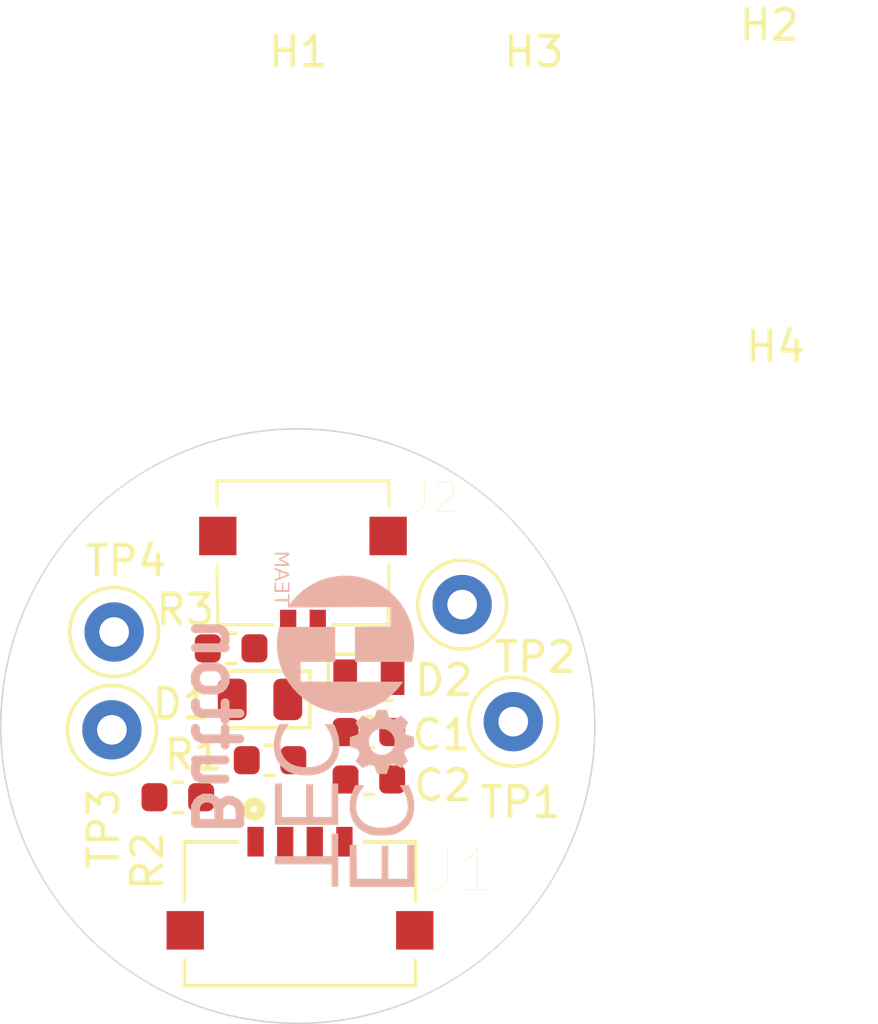
<source format=kicad_pcb>
(kicad_pcb (version 20171130) (host pcbnew 5.1.6-c6e7f7d~86~ubuntu18.04.1)

  (general
    (thickness 1.6)
    (drawings 2)
    (tracks 0)
    (zones 0)
    (modules 18)
    (nets 6)
  )

  (page A4)
  (layers
    (0 F.Cu signal)
    (31 B.Cu signal)
    (32 B.Adhes user hide)
    (33 F.Adhes user hide)
    (34 B.Paste user hide)
    (35 F.Paste user hide)
    (36 B.SilkS user)
    (37 F.SilkS user)
    (38 B.Mask user)
    (39 F.Mask user)
    (40 Dwgs.User user)
    (41 Cmts.User user hide)
    (42 Eco1.User user hide)
    (43 Eco2.User user hide)
    (44 Edge.Cuts user)
    (45 Margin user hide)
    (46 B.CrtYd user hide)
    (47 F.CrtYd user hide)
    (48 B.Fab user hide)
    (49 F.Fab user hide)
  )

  (setup
    (last_trace_width 0.25)
    (trace_clearance 0.2)
    (zone_clearance 0.508)
    (zone_45_only no)
    (trace_min 0.2)
    (via_size 0.8)
    (via_drill 0.4)
    (via_min_size 0.4)
    (via_min_drill 0.3)
    (uvia_size 0.3)
    (uvia_drill 0.1)
    (uvias_allowed no)
    (uvia_min_size 0.2)
    (uvia_min_drill 0.1)
    (edge_width 0.05)
    (segment_width 0.2)
    (pcb_text_width 0.3)
    (pcb_text_size 1.5 1.5)
    (mod_edge_width 0.12)
    (mod_text_size 1 1)
    (mod_text_width 0.15)
    (pad_size 1.524 1.524)
    (pad_drill 0.762)
    (pad_to_mask_clearance 0.05)
    (aux_axis_origin 0 0)
    (visible_elements FFFFFF7F)
    (pcbplotparams
      (layerselection 0x010fc_ffffffff)
      (usegerberextensions false)
      (usegerberattributes true)
      (usegerberadvancedattributes true)
      (creategerberjobfile true)
      (excludeedgelayer true)
      (linewidth 0.100000)
      (plotframeref false)
      (viasonmask false)
      (mode 1)
      (useauxorigin false)
      (hpglpennumber 1)
      (hpglpenspeed 20)
      (hpglpendiameter 15.000000)
      (psnegative false)
      (psa4output false)
      (plotreference true)
      (plotvalue true)
      (plotinvisibletext false)
      (padsonsilk false)
      (subtractmaskfromsilk false)
      (outputformat 1)
      (mirror false)
      (drillshape 1)
      (scaleselection 1)
      (outputdirectory ""))
  )

  (net 0 "")
  (net 1 GND)
  (net 2 +5V)
  (net 3 "Net-(D1-Pad2)")
  (net 4 /BTN)
  (net 5 /FR_ADC)

  (net_class Default "This is the default net class."
    (clearance 0.2)
    (trace_width 0.25)
    (via_dia 0.8)
    (via_drill 0.4)
    (uvia_dia 0.3)
    (uvia_drill 0.1)
    (add_net +5V)
    (add_net /BTN)
    (add_net /FR_ADC)
    (add_net GND)
    (add_net "Net-(D1-Pad2)")
  )

  (module TestPoint:TestPoint_Loop_D1.80mm_Drill1.0mm_Beaded (layer F.Cu) (tedit 5A0F774F) (tstamp 5ECC375A)
    (at 112.25 119.55)
    (descr "wire loop with bead as test point, loop diameter 1.8mm, hole diameter 1.0mm")
    (tags "test point wire loop bead")
    (path /5E8F56C5)
    (fp_text reference TP4 (at 0.4 -2.4) (layer F.SilkS)
      (effects (font (size 1 1) (thickness 0.15)))
    )
    (fp_text value TestPoint (at 0 -2.8) (layer F.Fab)
      (effects (font (size 1 1) (thickness 0.15)))
    )
    (fp_text user %R (at 0.7 2.5) (layer F.Fab)
      (effects (font (size 1 1) (thickness 0.15)))
    )
    (fp_circle (center 0 0) (end 1.8 0) (layer F.CrtYd) (width 0.05))
    (fp_circle (center 0 0) (end 1.5 0) (layer F.SilkS) (width 0.12))
    (fp_line (start -0.9 -0.2) (end 0.9 -0.2) (layer F.Fab) (width 0.12))
    (fp_line (start 0.9 -0.2) (end 0.9 0.2) (layer F.Fab) (width 0.12))
    (fp_line (start 0.9 0.2) (end -0.9 0.2) (layer F.Fab) (width 0.12))
    (fp_line (start -0.9 0.2) (end -0.9 -0.2) (layer F.Fab) (width 0.12))
    (fp_circle (center 0 0) (end 1.3 0) (layer F.Fab) (width 0.12))
    (pad 1 thru_hole circle (at 0 0) (size 2 2) (drill 1) (layers *.Cu *.Mask)
      (net 4 /BTN))
    (model ${KISYS3DMOD}/TestPoint.3dshapes/TestPoint_Loop_D1.80mm_Drill1.0mm_Beaded.wrl
      (at (xyz 0 0 0))
      (scale (xyz 1 1 1))
      (rotate (xyz 0 0 0))
    )
  )

  (module TestPoint:TestPoint_Loop_D1.80mm_Drill1.0mm_Beaded (layer F.Cu) (tedit 5A0F774F) (tstamp 5ECC374D)
    (at 112.175 122.85)
    (descr "wire loop with bead as test point, loop diameter 1.8mm, hole diameter 1.0mm")
    (tags "test point wire loop bead")
    (path /5E8A2A7F)
    (fp_text reference TP3 (at -0.275 3.325 90) (layer F.SilkS)
      (effects (font (size 1 1) (thickness 0.15)))
    )
    (fp_text value TestPoint (at 0 -2.8) (layer F.Fab)
      (effects (font (size 1 1) (thickness 0.15)))
    )
    (fp_text user %R (at 0.7 2.5) (layer F.Fab)
      (effects (font (size 1 1) (thickness 0.15)))
    )
    (fp_circle (center 0 0) (end 1.8 0) (layer F.CrtYd) (width 0.05))
    (fp_circle (center 0 0) (end 1.5 0) (layer F.SilkS) (width 0.12))
    (fp_line (start -0.9 -0.2) (end 0.9 -0.2) (layer F.Fab) (width 0.12))
    (fp_line (start 0.9 -0.2) (end 0.9 0.2) (layer F.Fab) (width 0.12))
    (fp_line (start 0.9 0.2) (end -0.9 0.2) (layer F.Fab) (width 0.12))
    (fp_line (start -0.9 0.2) (end -0.9 -0.2) (layer F.Fab) (width 0.12))
    (fp_circle (center 0 0) (end 1.3 0) (layer F.Fab) (width 0.12))
    (pad 1 thru_hole circle (at 0 0) (size 2 2) (drill 1) (layers *.Cu *.Mask)
      (net 5 /FR_ADC))
    (model ${KISYS3DMOD}/TestPoint.3dshapes/TestPoint_Loop_D1.80mm_Drill1.0mm_Beaded.wrl
      (at (xyz 0 0 0))
      (scale (xyz 1 1 1))
      (rotate (xyz 0 0 0))
    )
  )

  (module TestPoint:TestPoint_Loop_D1.80mm_Drill1.0mm_Beaded (layer F.Cu) (tedit 5A0F774F) (tstamp 5ECC3740)
    (at 124 118.625)
    (descr "wire loop with bead as test point, loop diameter 1.8mm, hole diameter 1.0mm")
    (tags "test point wire loop bead")
    (path /5CC6563D)
    (fp_text reference TP2 (at 2.475 1.775) (layer F.SilkS)
      (effects (font (size 1 1) (thickness 0.15)))
    )
    (fp_text value TestPoint (at 0 -2.8) (layer F.Fab)
      (effects (font (size 1 1) (thickness 0.15)))
    )
    (fp_text user %R (at 0.7 2.5) (layer F.Fab)
      (effects (font (size 1 1) (thickness 0.15)))
    )
    (fp_circle (center 0 0) (end 1.8 0) (layer F.CrtYd) (width 0.05))
    (fp_circle (center 0 0) (end 1.5 0) (layer F.SilkS) (width 0.12))
    (fp_line (start -0.9 -0.2) (end 0.9 -0.2) (layer F.Fab) (width 0.12))
    (fp_line (start 0.9 -0.2) (end 0.9 0.2) (layer F.Fab) (width 0.12))
    (fp_line (start 0.9 0.2) (end -0.9 0.2) (layer F.Fab) (width 0.12))
    (fp_line (start -0.9 0.2) (end -0.9 -0.2) (layer F.Fab) (width 0.12))
    (fp_circle (center 0 0) (end 1.3 0) (layer F.Fab) (width 0.12))
    (pad 1 thru_hole circle (at 0 0) (size 2 2) (drill 1) (layers *.Cu *.Mask)
      (net 1 GND))
    (model ${KISYS3DMOD}/TestPoint.3dshapes/TestPoint_Loop_D1.80mm_Drill1.0mm_Beaded.wrl
      (at (xyz 0 0 0))
      (scale (xyz 1 1 1))
      (rotate (xyz 0 0 0))
    )
  )

  (module TestPoint:TestPoint_Loop_D1.80mm_Drill1.0mm_Beaded (layer F.Cu) (tedit 5A0F774F) (tstamp 5ECC3733)
    (at 125.725 122.575)
    (descr "wire loop with bead as test point, loop diameter 1.8mm, hole diameter 1.0mm")
    (tags "test point wire loop bead")
    (path /5CC613D1)
    (fp_text reference TP1 (at 0.25 2.725) (layer F.SilkS)
      (effects (font (size 1 1) (thickness 0.15)))
    )
    (fp_text value TestPoint (at 0 -2.8) (layer F.Fab)
      (effects (font (size 1 1) (thickness 0.15)))
    )
    (fp_text user %R (at 0.7 2.5) (layer F.Fab)
      (effects (font (size 1 1) (thickness 0.15)))
    )
    (fp_circle (center 0 0) (end 1.8 0) (layer F.CrtYd) (width 0.05))
    (fp_circle (center 0 0) (end 1.5 0) (layer F.SilkS) (width 0.12))
    (fp_line (start -0.9 -0.2) (end 0.9 -0.2) (layer F.Fab) (width 0.12))
    (fp_line (start 0.9 -0.2) (end 0.9 0.2) (layer F.Fab) (width 0.12))
    (fp_line (start 0.9 0.2) (end -0.9 0.2) (layer F.Fab) (width 0.12))
    (fp_line (start -0.9 0.2) (end -0.9 -0.2) (layer F.Fab) (width 0.12))
    (fp_circle (center 0 0) (end 1.3 0) (layer F.Fab) (width 0.12))
    (pad 1 thru_hole circle (at 0 0) (size 2 2) (drill 1) (layers *.Cu *.Mask)
      (net 2 +5V))
    (model ${KISYS3DMOD}/TestPoint.3dshapes/TestPoint_Loop_D1.80mm_Drill1.0mm_Beaded.wrl
      (at (xyz 0 0 0))
      (scale (xyz 1 1 1))
      (rotate (xyz 0 0 0))
    )
  )

  (module Resistor_SMD:R_0603_1608Metric (layer F.Cu) (tedit 5B301BBD) (tstamp 5ECC3726)
    (at 116.2 120.1)
    (descr "Resistor SMD 0603 (1608 Metric), square (rectangular) end terminal, IPC_7351 nominal, (Body size source: http://www.tortai-tech.com/upload/download/2011102023233369053.pdf), generated with kicad-footprint-generator")
    (tags resistor)
    (path /5E8C7B9D)
    (attr smd)
    (fp_text reference R3 (at -1.55 -1.3) (layer F.SilkS)
      (effects (font (size 1 1) (thickness 0.15)))
    )
    (fp_text value 1k (at 0 1.43) (layer F.Fab)
      (effects (font (size 1 1) (thickness 0.15)))
    )
    (fp_text user %R (at 0 0) (layer F.Fab)
      (effects (font (size 0.4 0.4) (thickness 0.06)))
    )
    (fp_line (start -0.8 0.4) (end -0.8 -0.4) (layer F.Fab) (width 0.1))
    (fp_line (start -0.8 -0.4) (end 0.8 -0.4) (layer F.Fab) (width 0.1))
    (fp_line (start 0.8 -0.4) (end 0.8 0.4) (layer F.Fab) (width 0.1))
    (fp_line (start 0.8 0.4) (end -0.8 0.4) (layer F.Fab) (width 0.1))
    (fp_line (start -0.162779 -0.51) (end 0.162779 -0.51) (layer F.SilkS) (width 0.12))
    (fp_line (start -0.162779 0.51) (end 0.162779 0.51) (layer F.SilkS) (width 0.12))
    (fp_line (start -1.48 0.73) (end -1.48 -0.73) (layer F.CrtYd) (width 0.05))
    (fp_line (start -1.48 -0.73) (end 1.48 -0.73) (layer F.CrtYd) (width 0.05))
    (fp_line (start 1.48 -0.73) (end 1.48 0.73) (layer F.CrtYd) (width 0.05))
    (fp_line (start 1.48 0.73) (end -1.48 0.73) (layer F.CrtYd) (width 0.05))
    (pad 2 smd roundrect (at 0.7875 0) (size 0.875 0.95) (layers F.Cu F.Paste F.Mask) (roundrect_rratio 0.25)
      (net 4 /BTN))
    (pad 1 smd roundrect (at -0.7875 0) (size 0.875 0.95) (layers F.Cu F.Paste F.Mask) (roundrect_rratio 0.25)
      (net 1 GND))
    (model ${KISYS3DMOD}/Resistor_SMD.3dshapes/R_0603_1608Metric.wrl
      (at (xyz 0 0 0))
      (scale (xyz 1 1 1))
      (rotate (xyz 0 0 0))
    )
  )

  (module Resistor_SMD:R_0603_1608Metric (layer F.Cu) (tedit 5B301BBD) (tstamp 5ECC3715)
    (at 114.4 125.125 180)
    (descr "Resistor SMD 0603 (1608 Metric), square (rectangular) end terminal, IPC_7351 nominal, (Body size source: http://www.tortai-tech.com/upload/download/2011102023233369053.pdf), generated with kicad-footprint-generator")
    (tags resistor)
    (path /5E896026)
    (attr smd)
    (fp_text reference R2 (at 1.025 -2.15 90) (layer F.SilkS)
      (effects (font (size 1 1) (thickness 0.15)))
    )
    (fp_text value 1k (at 0 1.43) (layer F.Fab)
      (effects (font (size 1 1) (thickness 0.15)))
    )
    (fp_text user %R (at 0 0) (layer F.Fab)
      (effects (font (size 0.4 0.4) (thickness 0.06)))
    )
    (fp_line (start -0.8 0.4) (end -0.8 -0.4) (layer F.Fab) (width 0.1))
    (fp_line (start -0.8 -0.4) (end 0.8 -0.4) (layer F.Fab) (width 0.1))
    (fp_line (start 0.8 -0.4) (end 0.8 0.4) (layer F.Fab) (width 0.1))
    (fp_line (start 0.8 0.4) (end -0.8 0.4) (layer F.Fab) (width 0.1))
    (fp_line (start -0.162779 -0.51) (end 0.162779 -0.51) (layer F.SilkS) (width 0.12))
    (fp_line (start -0.162779 0.51) (end 0.162779 0.51) (layer F.SilkS) (width 0.12))
    (fp_line (start -1.48 0.73) (end -1.48 -0.73) (layer F.CrtYd) (width 0.05))
    (fp_line (start -1.48 -0.73) (end 1.48 -0.73) (layer F.CrtYd) (width 0.05))
    (fp_line (start 1.48 -0.73) (end 1.48 0.73) (layer F.CrtYd) (width 0.05))
    (fp_line (start 1.48 0.73) (end -1.48 0.73) (layer F.CrtYd) (width 0.05))
    (pad 2 smd roundrect (at 0.7875 0 180) (size 0.875 0.95) (layers F.Cu F.Paste F.Mask) (roundrect_rratio 0.25)
      (net 1 GND))
    (pad 1 smd roundrect (at -0.7875 0 180) (size 0.875 0.95) (layers F.Cu F.Paste F.Mask) (roundrect_rratio 0.25)
      (net 5 /FR_ADC))
    (model ${KISYS3DMOD}/Resistor_SMD.3dshapes/R_0603_1608Metric.wrl
      (at (xyz 0 0 0))
      (scale (xyz 1 1 1))
      (rotate (xyz 0 0 0))
    )
  )

  (module Resistor_SMD:R_0603_1608Metric (layer F.Cu) (tedit 5B301BBD) (tstamp 5ECC3704)
    (at 117.5125 123.875 180)
    (descr "Resistor SMD 0603 (1608 Metric), square (rectangular) end terminal, IPC_7351 nominal, (Body size source: http://www.tortai-tech.com/upload/download/2011102023233369053.pdf), generated with kicad-footprint-generator")
    (tags resistor)
    (path /5C6B809D)
    (attr smd)
    (fp_text reference R1 (at 2.5875 0.175) (layer F.SilkS)
      (effects (font (size 1 1) (thickness 0.15)))
    )
    (fp_text value 1k (at 0 1.43) (layer F.Fab)
      (effects (font (size 1 1) (thickness 0.15)))
    )
    (fp_text user %R (at 0 0) (layer F.Fab)
      (effects (font (size 0.4 0.4) (thickness 0.06)))
    )
    (fp_line (start -0.8 0.4) (end -0.8 -0.4) (layer F.Fab) (width 0.1))
    (fp_line (start -0.8 -0.4) (end 0.8 -0.4) (layer F.Fab) (width 0.1))
    (fp_line (start 0.8 -0.4) (end 0.8 0.4) (layer F.Fab) (width 0.1))
    (fp_line (start 0.8 0.4) (end -0.8 0.4) (layer F.Fab) (width 0.1))
    (fp_line (start -0.162779 -0.51) (end 0.162779 -0.51) (layer F.SilkS) (width 0.12))
    (fp_line (start -0.162779 0.51) (end 0.162779 0.51) (layer F.SilkS) (width 0.12))
    (fp_line (start -1.48 0.73) (end -1.48 -0.73) (layer F.CrtYd) (width 0.05))
    (fp_line (start -1.48 -0.73) (end 1.48 -0.73) (layer F.CrtYd) (width 0.05))
    (fp_line (start 1.48 -0.73) (end 1.48 0.73) (layer F.CrtYd) (width 0.05))
    (fp_line (start 1.48 0.73) (end -1.48 0.73) (layer F.CrtYd) (width 0.05))
    (pad 2 smd roundrect (at 0.7875 0 180) (size 0.875 0.95) (layers F.Cu F.Paste F.Mask) (roundrect_rratio 0.25)
      (net 3 "Net-(D1-Pad2)"))
    (pad 1 smd roundrect (at -0.7875 0 180) (size 0.875 0.95) (layers F.Cu F.Paste F.Mask) (roundrect_rratio 0.25)
      (net 2 +5V))
    (model ${KISYS3DMOD}/Resistor_SMD.3dshapes/R_0603_1608Metric.wrl
      (at (xyz 0 0 0))
      (scale (xyz 1 1 1))
      (rotate (xyz 0 0 0))
    )
  )

  (module Footprints:5037630291 (layer F.Cu) (tedit 5ECC2F2F) (tstamp 5ECC36F3)
    (at 118.625 117.325)
    (descr <b>503763-0291</b><br>)
    (path /5E8E52B7)
    (fp_text reference J2 (at 4.425 -2.3) (layer F.SilkS)
      (effects (font (size 1 1) (thickness 0.015)))
    )
    (fp_text value "Molex 2x1" (at 0 0) (layer F.Fab)
      (effects (font (size 1 1) (thickness 0.015)))
    )
    (fp_arc (start 0.5 2.775) (end 0.4 2.775) (angle -180) (layer F.SilkS) (width 0.2))
    (fp_arc (start 0.5 2.775) (end 0.6 2.775) (angle -180) (layer F.SilkS) (width 0.2))
    (fp_line (start -2.9 -2.875) (end 2.9 -2.875) (layer F.Fab) (width 0.2))
    (fp_line (start 2.9 -2.875) (end 2.9 1.975) (layer F.Fab) (width 0.2))
    (fp_line (start 2.9 1.975) (end -2.9 1.975) (layer F.Fab) (width 0.2))
    (fp_line (start -2.9 1.975) (end -2.9 -2.875) (layer F.Fab) (width 0.2))
    (fp_line (start -4.505 -3.875) (end 4.505 -3.875) (layer F.Fab) (width 0.1))
    (fp_line (start 4.505 -3.875) (end 4.505 3.875) (layer F.Fab) (width 0.1))
    (fp_line (start 4.505 3.875) (end -4.505 3.875) (layer F.Fab) (width 0.1))
    (fp_line (start -4.505 3.875) (end -4.505 -3.875) (layer F.Fab) (width 0.1))
    (fp_line (start -2.9 -2.025) (end -2.9 -2.875) (layer F.SilkS) (width 0.1))
    (fp_line (start -2.9 -2.875) (end 2.9 -2.875) (layer F.SilkS) (width 0.1))
    (fp_line (start 2.9 -2.875) (end 2.9 -2.025) (layer F.SilkS) (width 0.1))
    (fp_line (start -2.9 -0.025) (end -2.875 1.975) (layer F.SilkS) (width 0.1))
    (fp_line (start -2.875 1.975) (end -1 1.975) (layer F.SilkS) (width 0.1))
    (fp_line (start 2.9 -0.025) (end 2.875 1.975) (layer F.SilkS) (width 0.1))
    (fp_line (start 2.875 1.975) (end 1 1.975) (layer F.SilkS) (width 0.1))
    (fp_line (start 0.4 2.775) (end 0.4 2.775) (layer F.SilkS) (width 0.2))
    (fp_line (start 0.6 2.775) (end 0.6 2.775) (layer F.SilkS) (width 0.2))
    (pad 4 smd rect (at 2.875 -1.015) (size 1.26 1.3) (layers F.Cu F.Paste F.Mask))
    (pad 3 smd rect (at -2.875 -1.015) (size 1.26 1.3) (layers F.Cu F.Paste F.Mask))
    (pad 2 smd rect (at -0.5 1.975) (size 0.55 1) (layers F.Cu F.Paste F.Mask)
      (net 4 /BTN))
    (pad 1 smd rect (at 0.5 1.975) (size 0.55 1) (layers F.Cu F.Paste F.Mask)
      (net 2 +5V))
  )

  (module Footprints:MOLEX_5037630491 (layer F.Cu) (tedit 5EC8FECF) (tstamp 5ECC36D8)
    (at 118.525 126.625)
    (path /5EB43075)
    (fp_text reference J1 (at 5.45 0.975) (layer F.SilkS)
      (effects (font (size 1.4 1.4) (thickness 0.015)))
    )
    (fp_text value "Molex 1x4" (at 10.414 6.731) (layer F.Fab)
      (effects (font (size 1.4 1.4) (thickness 0.015)))
    )
    (fp_line (start 3.9 4.86) (end -3.9 4.86) (layer F.Fab) (width 0.127))
    (fp_line (start -3.9 4.86) (end -3.9 0.01) (layer F.Fab) (width 0.127))
    (fp_line (start -3.9 0.01) (end 3.9 0.01) (layer F.Fab) (width 0.127))
    (fp_line (start 3.9 0.01) (end 3.9 4.86) (layer F.Fab) (width 0.127))
    (fp_line (start 3.9 4) (end 3.9 4.86) (layer F.SilkS) (width 0.127))
    (fp_line (start 3.9 4.86) (end -3.9 4.86) (layer F.SilkS) (width 0.127))
    (fp_line (start -3.9 4.86) (end -3.9 4) (layer F.SilkS) (width 0.127))
    (fp_line (start 3.9 2) (end 3.9 0.01) (layer F.SilkS) (width 0.127))
    (fp_line (start 3.9 0.01) (end 2.15 0.01) (layer F.SilkS) (width 0.127))
    (fp_line (start -2.1 0.01) (end -3.9 0.01) (layer F.SilkS) (width 0.127))
    (fp_line (start -3.9 0.01) (end -3.9 2) (layer F.SilkS) (width 0.127))
    (fp_circle (center -1.55 -1.1) (end -1.45 -1.1) (layer F.SilkS) (width 0.3))
    (fp_circle (center -1.55 -1.1) (end -1.45 -1.1) (layer F.Fab) (width 0.3))
    (fp_line (start 4.15 5.11) (end -4.15 5.11) (layer F.CrtYd) (width 0.05))
    (fp_line (start -4.15 5.11) (end -4.15 3.89) (layer F.CrtYd) (width 0.05))
    (fp_line (start -4.15 3.89) (end -4.755 3.89) (layer F.CrtYd) (width 0.05))
    (fp_line (start -4.755 3.89) (end -4.755 2.09) (layer F.CrtYd) (width 0.05))
    (fp_line (start -4.755 2.09) (end -4.15 2.09) (layer F.CrtYd) (width 0.05))
    (fp_line (start -4.15 2.09) (end -4.15 -0.75) (layer F.CrtYd) (width 0.05))
    (fp_line (start -4.15 -0.75) (end 4.15 -0.75) (layer F.CrtYd) (width 0.05))
    (fp_line (start 4.15 -0.75) (end 4.15 2.09) (layer F.CrtYd) (width 0.05))
    (fp_line (start 4.15 2.09) (end 4.755 2.09) (layer F.CrtYd) (width 0.05))
    (fp_line (start 4.755 2.09) (end 4.755 3.89) (layer F.CrtYd) (width 0.05))
    (fp_line (start 4.755 3.89) (end 4.15 3.89) (layer F.CrtYd) (width 0.05))
    (fp_line (start 4.15 3.89) (end 4.15 5.11) (layer F.CrtYd) (width 0.05))
    (fp_poly (pts (xy 2.735 3.64) (xy 3.605 3.64) (xy 3.605 4.81) (xy 2.735 4.81)) (layer Dwgs.User) (width 0.01))
    (fp_poly (pts (xy 2.735 3.56) (xy 3.245 3.56) (xy 3.245 3.64) (xy 2.735 3.64)) (layer Dwgs.User) (width 0.01))
    (fp_poly (pts (xy 2.735 3.64) (xy 3.605 3.64) (xy 3.605 4.81) (xy 2.735 4.81)) (layer Dwgs.User) (width 0.01))
    (fp_poly (pts (xy 2.735 3.56) (xy 3.245 3.56) (xy 3.245 3.64) (xy 2.735 3.64)) (layer Dwgs.User) (width 0.01))
    (fp_poly (pts (xy -3.605 3.64) (xy -2.735 3.64) (xy -2.735 4.81) (xy -3.605 4.81)) (layer Dwgs.User) (width 0.01))
    (fp_poly (pts (xy -3.245 3.56) (xy -2.735 3.56) (xy -2.735 3.64) (xy -3.245 3.64)) (layer Dwgs.User) (width 0.01))
    (fp_poly (pts (xy -3.605 3.64) (xy -2.735 3.64) (xy -2.735 4.81) (xy -3.605 4.81)) (layer Dwgs.User) (width 0.01))
    (fp_poly (pts (xy -3.245 3.56) (xy -2.735 3.56) (xy -2.735 3.64) (xy -3.245 3.64)) (layer Dwgs.User) (width 0.01))
    (pad S2 smd rect (at -3.875 2.99) (size 1.26 1.3) (layers F.Cu F.Paste F.Mask))
    (pad S1 smd rect (at 3.875 2.99) (size 1.26 1.3) (layers F.Cu F.Paste F.Mask))
    (pad 1 smd rect (at -1.5 0) (size 0.55 1) (layers F.Cu F.Paste F.Mask)
      (net 1 GND))
    (pad 4 smd rect (at 1.5 0) (size 0.55 1) (layers F.Cu F.Paste F.Mask)
      (net 2 +5V))
    (pad 2 smd rect (at -0.5 0) (size 0.55 1) (layers F.Cu F.Paste F.Mask)
      (net 4 /BTN))
    (pad 3 smd rect (at 0.5 0) (size 0.55 1) (layers F.Cu F.Paste F.Mask)
      (net 5 /FR_ADC))
  )

  (module MountingHole:MountingHole_3.2mm_M3 (layer F.Cu) (tedit 56D1B4CB) (tstamp 5ECC36AD)
    (at 134.575 114.125)
    (descr "Mounting Hole 3.2mm, no annular, M3")
    (tags "mounting hole 3.2mm no annular m3")
    (path /5CC8C160)
    (attr virtual)
    (fp_text reference H4 (at 0 -4.2) (layer F.SilkS)
      (effects (font (size 1 1) (thickness 0.15)))
    )
    (fp_text value MountingHole (at 0 4.2) (layer F.Fab)
      (effects (font (size 1 1) (thickness 0.15)))
    )
    (fp_text user %R (at 0.3 0) (layer F.Fab)
      (effects (font (size 1 1) (thickness 0.15)))
    )
    (fp_circle (center 0 0) (end 3.2 0) (layer Cmts.User) (width 0.15))
    (fp_circle (center 0 0) (end 3.45 0) (layer F.CrtYd) (width 0.05))
    (pad 1 np_thru_hole circle (at 0 0) (size 3.2 3.2) (drill 3.2) (layers *.Cu *.Mask))
  )

  (module MountingHole:MountingHole_3.2mm_M3 (layer F.Cu) (tedit 56D1B4CB) (tstamp 5ECC36A5)
    (at 126.42 104.175)
    (descr "Mounting Hole 3.2mm, no annular, M3")
    (tags "mounting hole 3.2mm no annular m3")
    (path /5CC8C159)
    (attr virtual)
    (fp_text reference H3 (at 0 -4.2) (layer F.SilkS)
      (effects (font (size 1 1) (thickness 0.15)))
    )
    (fp_text value MountingHole (at 0 4.2) (layer F.Fab)
      (effects (font (size 1 1) (thickness 0.15)))
    )
    (fp_text user %R (at 0.3 0) (layer F.Fab)
      (effects (font (size 1 1) (thickness 0.15)))
    )
    (fp_circle (center 0 0) (end 3.2 0) (layer Cmts.User) (width 0.15))
    (fp_circle (center 0 0) (end 3.45 0) (layer F.CrtYd) (width 0.05))
    (pad 1 np_thru_hole circle (at 0 0) (size 3.2 3.2) (drill 3.2) (layers *.Cu *.Mask))
  )

  (module MountingHole:MountingHole_3.2mm_M3 (layer F.Cu) (tedit 56D1B4CB) (tstamp 5ECC369D)
    (at 134.37 103.275)
    (descr "Mounting Hole 3.2mm, no annular, M3")
    (tags "mounting hole 3.2mm no annular m3")
    (path /5CC8BCA2)
    (attr virtual)
    (fp_text reference H2 (at 0 -4.2) (layer F.SilkS)
      (effects (font (size 1 1) (thickness 0.15)))
    )
    (fp_text value MountingHole (at 0 4.2) (layer F.Fab)
      (effects (font (size 1 1) (thickness 0.15)))
    )
    (fp_text user %R (at 0.3 0) (layer F.Fab)
      (effects (font (size 1 1) (thickness 0.15)))
    )
    (fp_circle (center 0 0) (end 3.2 0) (layer Cmts.User) (width 0.15))
    (fp_circle (center 0 0) (end 3.45 0) (layer F.CrtYd) (width 0.05))
    (pad 1 np_thru_hole circle (at 0 0) (size 3.2 3.2) (drill 3.2) (layers *.Cu *.Mask))
  )

  (module MountingHole:MountingHole_3.2mm_M3 (layer F.Cu) (tedit 56D1B4CB) (tstamp 5ECC3695)
    (at 118.47 104.175)
    (descr "Mounting Hole 3.2mm, no annular, M3")
    (tags "mounting hole 3.2mm no annular m3")
    (path /5CC8BA42)
    (attr virtual)
    (fp_text reference H1 (at 0 -4.2) (layer F.SilkS)
      (effects (font (size 1 1) (thickness 0.15)))
    )
    (fp_text value MountingHole (at 0 4.2) (layer F.Fab)
      (effects (font (size 1 1) (thickness 0.15)))
    )
    (fp_text user %R (at 0.3 0) (layer F.Fab)
      (effects (font (size 1 1) (thickness 0.15)))
    )
    (fp_circle (center 0 0) (end 3.2 0) (layer Cmts.User) (width 0.15))
    (fp_circle (center 0 0) (end 3.45 0) (layer F.CrtYd) (width 0.05))
    (pad 1 np_thru_hole circle (at 0 0) (size 3.2 3.2) (drill 3.2) (layers *.Cu *.Mask))
  )

  (module Footprints:EcoTech (layer B.Cu) (tedit 5CD447CB) (tstamp 5ECC368D)
    (at 119.775 122.8 90)
    (path /5CC8C718)
    (fp_text reference G1 (at 0 0 90) (layer B.SilkS) hide
      (effects (font (size 0.5 0.5) (thickness 0.1)) (justify mirror))
    )
    (fp_text value EcoTechLogo (at 0.75 0 90) (layer B.CrtYd) hide
      (effects (font (size 1.524 1.524) (thickness 0.3)) (justify mirror))
    )
    (fp_poly (pts (xy -0.590048 2.592742) (xy -0.554619 2.591732) (xy -0.504353 2.59105) (xy -0.444673 2.5908)
      (xy -0.292446 2.5908) (xy -0.250998 2.455351) (xy -0.20955 2.319901) (xy -0.139803 2.289052)
      (xy -0.070056 2.258204) (xy 0.066635 2.325647) (xy 0.203326 2.393091) (xy 0.28677 2.310971)
      (xy 0.327286 2.270008) (xy 0.363494 2.231464) (xy 0.389494 2.20169) (xy 0.395504 2.193951)
      (xy 0.420793 2.159051) (xy 0.354849 2.032951) (xy 0.288904 1.906851) (xy 0.318108 1.83639)
      (xy 0.347313 1.76593) (xy 0.484806 1.720115) (xy 0.6223 1.6743) (xy 0.6223 1.351005)
      (xy 0.348626 1.268073) (xy 0.320814 1.191707) (xy 0.293001 1.115342) (xy 0.35716 0.987491)
      (xy 0.421318 0.859641) (xy 0.19685 0.635725) (xy 0.068583 0.701302) (xy -0.059684 0.766878)
      (xy -0.134579 0.734534) (xy -0.209474 0.702189) (xy -0.255628 0.57017) (xy -0.301783 0.43815)
      (xy -0.617363 0.431078) (xy -0.661107 0.566952) (xy -0.70485 0.702826) (xy -0.779254 0.734623)
      (xy -0.853657 0.76642) (xy -0.983733 0.701729) (xy -1.113808 0.637038) (xy -1.224707 0.748453)
      (xy -1.335605 0.859868) (xy -1.205639 1.118856) (xy -1.234645 1.194139) (xy -1.26365 1.269422)
      (xy -1.53035 1.353262) (xy -1.533896 1.513658) (xy -1.533964 1.516735) (xy -0.897279 1.516735)
      (xy -0.889944 1.424529) (xy -0.865647 1.341215) (xy -0.86218 1.3335) (xy -0.81789 1.254393)
      (xy -0.765064 1.192539) (xy -0.711346 1.149451) (xy -0.617643 1.099123) (xy -0.518343 1.072887)
      (xy -0.41646 1.07097) (xy -0.31501 1.093598) (xy -0.2621 1.115792) (xy -0.174068 1.171941)
      (xy -0.103769 1.245594) (xy -0.052517 1.331976) (xy -0.034794 1.374484) (xy -0.024552 1.414449)
      (xy -0.019937 1.461823) (xy -0.01905 1.511568) (xy -0.020163 1.568947) (xy -0.024987 1.611283)
      (xy -0.035757 1.648888) (xy -0.054703 1.692076) (xy -0.060859 1.704709) (xy -0.114754 1.790426)
      (xy -0.184747 1.858875) (xy -0.274274 1.913379) (xy -0.2794 1.915833) (xy -0.321227 1.933373)
      (xy -0.360934 1.943501) (xy -0.408378 1.948048) (xy -0.4572 1.948901) (xy -0.517722 1.947419)
      (xy -0.563031 1.941719) (xy -0.603211 1.92992) (xy -0.637496 1.915264) (xy -0.719513 1.864611)
      (xy -0.792348 1.795701) (xy -0.848946 1.715592) (xy -0.861164 1.691596) (xy -0.887677 1.608776)
      (xy -0.897279 1.516735) (xy -1.533964 1.516735) (xy -1.537442 1.674053) (xy -1.398584 1.720323)
      (xy -1.259726 1.766592) (xy -1.202274 1.908146) (xy -1.266868 2.038027) (xy -1.331463 2.167908)
      (xy -1.218048 2.280798) (xy -1.104633 2.393687) (xy -0.974592 2.325565) (xy -0.84455 2.257443)
      (xy -0.775601 2.288096) (xy -0.706651 2.31875) (xy -0.660234 2.45795) (xy -0.64132 2.512366)
      (xy -0.624596 2.556248) (xy -0.611931 2.584964) (xy -0.605359 2.593975) (xy -0.590048 2.592742)) (layer B.SilkS) (width 0.01))
    (fp_poly (pts (xy -2.495266 2.598529) (xy -2.372491 2.582779) (xy -2.251918 2.554273) (xy -2.125732 2.511307)
      (xy -2.035175 2.474026) (xy -1.9177 2.422935) (xy -1.9177 2.271918) (xy -1.918232 2.213371)
      (xy -1.919679 2.1654) (xy -1.921822 2.132933) (xy -1.92444 2.120901) (xy -1.924458 2.1209)
      (xy -1.937104 2.12773) (xy -1.965586 2.146093) (xy -2.005043 2.172797) (xy -2.031441 2.19113)
      (xy -2.165967 2.274884) (xy -2.298464 2.335251) (xy -2.432824 2.373544) (xy -2.572943 2.391076)
      (xy -2.6289 2.392568) (xy -2.768405 2.382279) (xy -2.893909 2.350831) (xy -3.005685 2.298076)
      (xy -3.104006 2.223864) (xy -3.189147 2.128046) (xy -3.231857 2.06375) (xy -3.284518 1.955287)
      (xy -3.324284 1.82977) (xy -3.3502 1.692563) (xy -3.361311 1.549031) (xy -3.356662 1.404537)
      (xy -3.353948 1.377686) (xy -3.327758 1.221616) (xy -3.286173 1.085026) (xy -3.228563 0.966728)
      (xy -3.154297 0.865537) (xy -3.062746 0.780263) (xy -3.020955 0.750219) (xy -2.944262 0.705043)
      (xy -2.867589 0.673782) (xy -2.78414 0.654635) (xy -2.687119 0.645803) (xy -2.62255 0.644696)
      (xy -2.481621 0.652443) (xy -2.355452 0.676245) (xy -2.23795 0.718175) (xy -2.123024 0.780302)
      (xy -2.027487 0.846966) (xy -1.981845 0.881559) (xy -1.950982 0.901843) (xy -1.932016 0.90577)
      (xy -1.922064 0.891288) (xy -1.918242 0.856347) (xy -1.917667 0.798897) (xy -1.9177 0.768883)
      (xy -1.9177 0.620648) (xy -2.011829 0.577158) (xy -2.102931 0.538399) (xy -2.200199 0.502726)
      (xy -2.295419 0.472839) (xy -2.380374 0.451439) (xy -2.413 0.445308) (xy -2.48053 0.437914)
      (xy -2.563254 0.434101) (xy -2.652806 0.433768) (xy -2.740819 0.436814) (xy -2.818926 0.44314)
      (xy -2.8702 0.4508) (xy -3.020367 0.492883) (xy -3.155645 0.555379) (xy -3.275414 0.637686)
      (xy -3.379054 0.739203) (xy -3.465944 0.859328) (xy -3.535463 0.99746) (xy -3.584369 1.143)
      (xy -3.594402 1.183237) (xy -3.601823 1.221193) (xy -3.607015 1.261756) (xy -3.61036 1.309816)
      (xy -3.612239 1.370259) (xy -3.613034 1.447975) (xy -3.61315 1.5113) (xy -3.611918 1.628284)
      (xy -3.607533 1.725246) (xy -3.598967 1.807477) (xy -3.585191 1.880267) (xy -3.565176 1.948907)
      (xy -3.537893 2.018686) (xy -3.502312 2.094895) (xy -3.497886 2.103819) (xy -3.419716 2.234375)
      (xy -3.325112 2.345734) (xy -3.214638 2.437571) (xy -3.088858 2.509563) (xy -2.948335 2.561386)
      (xy -2.793636 2.592716) (xy -2.628058 2.603226) (xy -2.495266 2.598529)) (layer B.SilkS) (width 0.01))
    (fp_poly (pts (xy -3.937 2.3749) (xy -4.506384 2.3749) (xy -4.62413 2.374787) (xy -4.733885 2.374461)
      (xy -4.83308 2.373946) (xy -4.919141 2.373266) (xy -4.9895 2.372446) (xy -5.041585 2.371507)
      (xy -5.072825 2.370474) (xy -5.081059 2.369628) (xy -5.082367 2.35601) (xy -5.083275 2.320463)
      (xy -5.083766 2.266453) (xy -5.08382 2.197449) (xy -5.08342 2.116917) (xy -5.082749 2.045395)
      (xy -5.079147 1.726434) (xy -4.520769 1.729992) (xy -3.96239 1.73355) (xy -3.962395 1.622558)
      (xy -3.9624 1.511565) (xy -4.521565 1.508258) (xy -5.08073 1.50495) (xy -5.08073 0.66675)
      (xy -3.937 0.660142) (xy -3.937 0.4318) (xy -5.3467 0.4318) (xy -5.3467 2.6035)
      (xy -3.937 2.6035) (xy -3.937 2.3749)) (layer B.SilkS) (width 0.01))
    (fp_poly (pts (xy 1.57167 0.497283) (xy 1.57489 -1.2319) (xy 2.2479 -1.2319) (xy 2.2479 -0.0635)
      (xy 3.4163 -0.0635) (xy 3.4163 -1.953764) (xy 3.330575 -1.972983) (xy 3.199054 -1.997051)
      (xy 3.054127 -2.014274) (xy 2.905323 -2.024001) (xy 2.762171 -2.025581) (xy 2.64795 -2.019669)
      (xy 2.402608 -1.985531) (xy 2.167144 -1.92807) (xy 1.942073 -1.847533) (xy 1.727907 -1.744165)
      (xy 1.52516 -1.61821) (xy 1.334345 -1.469915) (xy 1.1684 -1.312535) (xy 1.037635 -1.16611)
      (xy 0.925647 -1.016863) (xy 0.826425 -0.856422) (xy 0.782458 -0.7747) (xy 0.682015 -0.553198)
      (xy 0.605996 -0.326519) (xy 0.554311 -0.096135) (xy 0.52687 0.136482) (xy 0.523582 0.369859)
      (xy 0.544358 0.602523) (xy 0.589108 0.833002) (xy 0.657742 1.059823) (xy 0.750169 1.281514)
      (xy 0.866299 1.496601) (xy 0.927168 1.592192) (xy 0.997617 1.688282) (xy 1.084067 1.791488)
      (xy 1.180777 1.895795) (xy 1.282007 1.995188) (xy 1.382014 2.083652) (xy 1.440768 2.130284)
      (xy 1.56845 2.226465) (xy 1.57167 0.497283)) (layer B.SilkS) (width 0.01))
    (fp_poly (pts (xy -1.8669 -0.1778) (xy -2.9972 -0.1778) (xy -2.9972 -0.8128) (xy -1.8923 -0.8128)
      (xy -1.8923 -1.0414) (xy -2.9972 -1.0414) (xy -2.9972 -1.8669) (xy -1.8669 -1.8669)
      (xy -1.8669 -2.0955) (xy -3.2512 -2.0955) (xy -3.2512 0.0381) (xy -1.8669 0.0381)
      (xy -1.8669 -0.1778)) (layer B.SilkS) (width 0.01))
    (fp_poly (pts (xy -3.556 -0.1778) (xy -4.318 -0.1778) (xy -4.318 -2.0955) (xy -4.5847 -2.0955)
      (xy -4.5847 -0.1778) (xy -5.34035 -0.1778) (xy -5.34035 0.0381) (xy -3.556 0.0381)
      (xy -3.556 -0.1778)) (layer B.SilkS) (width 0.01))
    (fp_poly (pts (xy 5.53758 -1.614697) (xy 5.551509 -1.622594) (xy 5.566374 -1.640346) (xy 5.584983 -1.671711)
      (xy 5.610139 -1.720444) (xy 5.6261 -1.7526) (xy 5.653055 -1.8061) (xy 5.676301 -1.850133)
      (xy 5.693447 -1.880313) (xy 5.702102 -1.892258) (xy 5.7023 -1.8923) (xy 5.710369 -1.881589)
      (xy 5.727073 -1.85238) (xy 5.75002 -1.809055) (xy 5.77682 -1.755999) (xy 5.7785 -1.7526)
      (xy 5.807995 -1.693743) (xy 5.829536 -1.654138) (xy 5.845928 -1.630029) (xy 5.859976 -1.617659)
      (xy 5.874485 -1.613273) (xy 5.882814 -1.6129) (xy 5.9182 -1.6129) (xy 5.9182 -1.86055)
      (xy 5.91809 -1.945614) (xy 5.917539 -2.008592) (xy 5.91621 -2.052795) (xy 5.913767 -2.081535)
      (xy 5.909875 -2.098127) (xy 5.904198 -2.105881) (xy 5.8964 -2.108111) (xy 5.893099 -2.1082)
      (xy 5.883976 -2.106937) (xy 5.877288 -2.100801) (xy 5.872576 -2.086272) (xy 5.869379 -2.059828)
      (xy 5.867237 -2.017948) (xy 5.865688 -1.957112) (xy 5.864524 -1.889732) (xy 5.86105 -1.671264)
      (xy 5.788506 -1.819882) (xy 5.760495 -1.875321) (xy 5.735423 -1.921367) (xy 5.715757 -1.953735)
      (xy 5.703964 -1.968144) (xy 5.702884 -1.9685) (xy 5.692602 -1.957788) (xy 5.673703 -1.928472)
      (xy 5.648702 -1.884779) (xy 5.620112 -1.830935) (xy 5.614161 -1.819275) (xy 5.538517 -1.67005)
      (xy 5.537858 -1.889125) (xy 5.537488 -1.96845) (xy 5.536649 -2.025897) (xy 5.534922 -2.064986)
      (xy 5.531887 -2.089239) (xy 5.527127 -2.102177) (xy 5.520222 -2.107322) (xy 5.5118 -2.1082)
      (xy 5.503076 -2.107181) (xy 5.496619 -2.101916) (xy 5.492086 -2.089091) (xy 5.489139 -2.06539)
      (xy 5.487437 -2.0275) (xy 5.486641 -1.972106) (xy 5.48641 -1.895895) (xy 5.4864 -1.86055)
      (xy 5.4864 -1.6129) (xy 5.521785 -1.6129) (xy 5.53758 -1.614697)) (layer B.SilkS) (width 0.01))
    (fp_poly (pts (xy 5.31517 -1.849673) (xy 5.342455 -1.922831) (xy 5.366765 -1.987916) (xy 5.386688 -2.041155)
      (xy 5.400812 -2.078776) (xy 5.407726 -2.097007) (xy 5.408083 -2.097907) (xy 5.400792 -2.105747)
      (xy 5.382604 -2.1082) (xy 5.364205 -2.10414) (xy 5.349455 -2.088409) (xy 5.334268 -2.055674)
      (xy 5.326633 -2.035175) (xy 5.300375 -1.96215) (xy 5.07642 -1.96215) (xy 5.050347 -2.035175)
      (xy 5.031505 -2.080254) (xy 5.014346 -2.103373) (xy 5.001337 -2.1082) (xy 4.982464 -2.100989)
      (xy 4.979106 -2.092325) (xy 4.983609 -2.075934) (xy 4.995723 -2.039761) (xy 5.014049 -1.987772)
      (xy 5.037188 -1.923934) (xy 5.043573 -1.906684) (xy 5.096783 -1.906684) (xy 5.104731 -1.913349)
      (xy 5.127308 -1.916621) (xy 5.169133 -1.917654) (xy 5.18795 -1.9177) (xy 5.237144 -1.917153)
      (xy 5.265569 -1.914744) (xy 5.277845 -1.909322) (xy 5.278592 -1.899734) (xy 5.277102 -1.895475)
      (xy 5.268886 -1.873825) (xy 5.254595 -1.835297) (xy 5.236817 -1.786887) (xy 5.229849 -1.767802)
      (xy 5.212383 -1.721517) (xy 5.198057 -1.686572) (xy 5.189024 -1.668089) (xy 5.187235 -1.66653)
      (xy 5.181207 -1.679536) (xy 5.168739 -1.710609) (xy 5.152129 -1.753964) (xy 5.145386 -1.771978)
      (xy 5.126966 -1.82131) (xy 5.111133 -1.863387) (xy 5.100593 -1.891022) (xy 5.098847 -1.895475)
      (xy 5.096783 -1.906684) (xy 5.043573 -1.906684) (xy 5.063739 -1.852212) (xy 5.065371 -1.84785)
      (xy 5.095106 -1.76878) (xy 5.117733 -1.710347) (xy 5.134945 -1.66936) (xy 5.148436 -1.64263)
      (xy 5.159898 -1.626966) (xy 5.171024 -1.619179) (xy 5.18351 -1.616078) (xy 5.188711 -1.61549)
      (xy 5.226491 -1.611731) (xy 5.31517 -1.849673)) (layer B.SilkS) (width 0.01))
    (fp_poly (pts (xy 4.836097 -1.613349) (xy 4.881776 -1.615004) (xy 4.909706 -1.618322) (xy 4.923707 -1.623761)
      (xy 4.927599 -1.631781) (xy 4.9276 -1.63195) (xy 4.923511 -1.640649) (xy 4.908513 -1.646308)
      (xy 4.878505 -1.649513) (xy 4.829386 -1.650849) (xy 4.79425 -1.651) (xy 4.6609 -1.651)
      (xy 4.6609 -1.8161) (xy 4.7879 -1.8161) (xy 4.847122 -1.816729) (xy 4.885144 -1.819035)
      (xy 4.906144 -1.823645) (xy 4.914298 -1.831185) (xy 4.9149 -1.83515) (xy 4.910703 -1.844033)
      (xy 4.895327 -1.849736) (xy 4.864595 -1.852886) (xy 4.814329 -1.854109) (xy 4.7879 -1.8542)
      (xy 4.6609 -1.8542) (xy 4.6609 -2.0574) (xy 4.795181 -2.0574) (xy 4.855003 -2.057778)
      (xy 4.893679 -2.059396) (xy 4.915459 -2.062981) (xy 4.924591 -2.06926) (xy 4.925324 -2.078957)
      (xy 4.925201 -2.079625) (xy 4.920631 -2.0891) (xy 4.908408 -2.095698) (xy 4.884353 -2.100092)
      (xy 4.844288 -2.102958) (xy 4.784036 -2.104971) (xy 4.76552 -2.105415) (xy 4.6101 -2.108981)
      (xy 4.6101 -1.6129) (xy 4.76885 -1.6129) (xy 4.836097 -1.613349)) (layer B.SilkS) (width 0.01))
    (fp_poly (pts (xy 2.94405 2.596393) (xy 3.165489 2.575696) (xy 3.382817 2.535307) (xy 3.591298 2.475458)
      (xy 3.593101 2.474838) (xy 3.681617 2.440697) (xy 3.782635 2.395731) (xy 3.889009 2.343606)
      (xy 3.993596 2.287991) (xy 4.089248 2.232552) (xy 4.168823 2.180959) (xy 4.177283 2.174963)
      (xy 4.328831 2.05518) (xy 4.475568 1.917967) (xy 4.611912 1.769244) (xy 4.732277 1.61493)
      (xy 4.797299 1.51765) (xy 4.913995 1.307156) (xy 5.007167 1.089099) (xy 5.076924 0.865223)
      (xy 5.123376 0.637269) (xy 5.146635 0.40698) (xy 5.14681 0.176097) (xy 5.124011 -0.053637)
      (xy 5.078349 -0.28048) (xy 5.009933 -0.502691) (xy 4.918874 -0.718527) (xy 4.805282 -0.926246)
      (xy 4.669267 -1.124106) (xy 4.626821 -1.177945) (xy 4.553951 -1.26231) (xy 4.472044 -1.348144)
      (xy 4.387282 -1.429453) (xy 4.305845 -1.500245) (xy 4.250026 -1.543292) (xy 4.214569 -1.569951)
      (xy 4.189047 -1.591491) (xy 4.178915 -1.603303) (xy 4.178909 -1.603375) (xy 4.190617 -1.606816)
      (xy 4.223174 -1.609703) (xy 4.272028 -1.61179) (xy 4.332632 -1.612829) (xy 4.353983 -1.6129)
      (xy 4.425207 -1.613287) (xy 4.474697 -1.614716) (xy 4.506111 -1.617581) (xy 4.523108 -1.62228)
      (xy 4.529345 -1.629209) (xy 4.529666 -1.63195) (xy 4.524336 -1.642423) (xy 4.505215 -1.648354)
      (xy 4.467603 -1.650777) (xy 4.443176 -1.651) (xy 4.356686 -1.651) (xy 4.353218 -1.876261)
      (xy 4.351667 -1.958406) (xy 4.349695 -2.018494) (xy 4.346963 -2.059867) (xy 4.343134 -2.08587)
      (xy 4.337869 -2.099844) (xy 4.330831 -2.105132) (xy 4.33008 -2.1053) (xy 4.307502 -2.103725)
      (xy 4.301505 -2.100172) (xy 4.298597 -2.085139) (xy 4.296087 -2.049014) (xy 4.294142 -1.996103)
      (xy 4.292929 -1.930715) (xy 4.2926 -1.871133) (xy 4.2926 -1.651) (xy 4.0852 -1.651)
      (xy 4.093514 0.0762) (xy 4.101828 1.803401) (xy 3.765414 1.8034) (xy 3.429 1.8034)
      (xy 3.426037 1.292225) (xy 3.425375 1.176883) (xy 3.424755 1.06629) (xy 3.424192 0.963761)
      (xy 3.423706 0.872608) (xy 3.423312 0.796145) (xy 3.42303 0.737684) (xy 3.422877 0.700538)
      (xy 3.422862 0.695304) (xy 3.42265 0.609557) (xy 2.835275 0.609579) (xy 2.2479 0.6096)
      (xy 2.2479 2.524285) (xy 2.302424 2.538014) (xy 2.507781 2.577784) (xy 2.723235 2.597167)
      (xy 2.94405 2.596393)) (layer B.SilkS) (width 0.01))
    (fp_poly (pts (xy -0.47301 0.071399) (xy -0.356518 0.060178) (xy -0.254438 0.040656) (xy -0.250506 0.039632)
      (xy -0.204751 0.026103) (xy -0.146644 0.006834) (xy -0.082118 -0.015966) (xy -0.017106 -0.040088)
      (xy 0.042458 -0.063322) (xy 0.090641 -0.083459) (xy 0.12151 -0.098289) (xy 0.124329 -0.099949)
      (xy 0.131537 -0.111973) (xy 0.135922 -0.139394) (xy 0.137725 -0.185368) (xy 0.137188 -0.253049)
      (xy 0.136933 -0.264753) (xy 0.13335 -0.419554) (xy 0.04445 -0.354161) (xy -0.066717 -0.282393)
      (xy -0.188173 -0.221376) (xy -0.309963 -0.175901) (xy -0.348107 -0.165228) (xy -0.438264 -0.148657)
      (xy -0.538848 -0.140579) (xy -0.640305 -0.141113) (xy -0.733083 -0.150379) (xy -0.779217 -0.159819)
      (xy -0.898403 -0.203039) (xy -1.004439 -0.267046) (xy -1.096515 -0.350425) (xy -1.173821 -0.451764)
      (xy -1.235547 -0.569647) (xy -1.280884 -0.70266) (xy -1.30902 -0.849391) (xy -1.319148 -1.008424)
      (xy -1.316864 -1.09855) (xy -1.298464 -1.26194) (xy -1.262465 -1.408788) (xy -1.209334 -1.538449)
      (xy -1.139536 -1.65028) (xy -1.053536 -1.74364) (xy -0.951799 -1.817884) (xy -0.834792 -1.872371)
      (xy -0.7366 -1.90003) (xy -0.647992 -1.911832) (xy -0.546208 -1.914048) (xy -0.441452 -1.907018)
      (xy -0.343928 -1.891083) (xy -0.32385 -1.886261) (xy -0.238055 -1.857444) (xy -0.143369 -1.814298)
      (xy -0.048176 -1.761121) (xy 0.039145 -1.702211) (xy 0.047625 -1.695784) (xy 0.1397 -1.625136)
      (xy 0.1397 -1.939339) (xy 0.053975 -1.978546) (xy -0.041232 -2.020423) (xy -0.123235 -2.052385)
      (xy -0.200633 -2.077543) (xy -0.272306 -2.09666) (xy -0.342638 -2.10987) (xy -0.428138 -2.119885)
      (xy -0.52061 -2.126294) (xy -0.611859 -2.128682) (xy -0.693692 -2.126637) (xy -0.751663 -2.120803)
      (xy -0.890587 -2.092111) (xy -1.010848 -2.05207) (xy -1.117596 -1.998158) (xy -1.215984 -1.927858)
      (xy -1.2954 -1.85484) (xy -1.378955 -1.762331) (xy -1.438579 -1.677767) (xy -1.450131 -1.657132)
      (xy -1.506231 -1.527402) (xy -1.547623 -1.381774) (xy -1.574024 -1.225256) (xy -1.58515 -1.062856)
      (xy -1.580717 -0.899582) (xy -1.560443 -0.740444) (xy -1.524043 -0.59045) (xy -1.512507 -0.555303)
      (xy -1.450162 -0.412269) (xy -1.368602 -0.285378) (xy -1.269065 -0.175713) (xy -1.152787 -0.084354)
      (xy -1.021005 -0.01238) (xy -0.874954 0.039127) (xy -0.816241 0.053053) (xy -0.712143 0.068056)
      (xy -0.594643 0.074098) (xy -0.47301 0.071399)) (layer B.SilkS) (width 0.01))
  )

  (module Diode_SMD:D_MicroMELF (layer F.Cu) (tedit 5D768594) (tstamp 5ECC367E)
    (at 120.85 121.075)
    (descr "Diode, MicroMELF, Reflow Soldering, http://www.vishay.com/docs/85597/bzm55.pdf")
    (tags "MicroMELF Diode")
    (path /5ECD298F)
    (attr smd)
    (fp_text reference D2 (at 2.525 0.1) (layer F.SilkS)
      (effects (font (size 1 1) (thickness 0.15)))
    )
    (fp_text value 30V (at 0 1.5) (layer F.Fab)
      (effects (font (size 1 1) (thickness 0.15)))
    )
    (fp_text user %R (at 0 -1.5) (layer F.Fab)
      (effects (font (size 1 1) (thickness 0.15)))
    )
    (fp_line (start 0.8 -0.78) (end -1.36 -0.78) (layer F.SilkS) (width 0.12))
    (fp_line (start -1.36 -0.78) (end -1.36 0.78) (layer F.SilkS) (width 0.12))
    (fp_line (start -1.36 0.78) (end 0.8 0.78) (layer F.SilkS) (width 0.12))
    (fp_line (start 0.25 0) (end 0.75 0) (layer F.Fab) (width 0.1))
    (fp_line (start -0.25 0) (end 0.25 -0.25) (layer F.Fab) (width 0.1))
    (fp_line (start 0.25 -0.25) (end 0.25 0.25) (layer F.Fab) (width 0.1))
    (fp_line (start 0.25 0.25) (end -0.25 0) (layer F.Fab) (width 0.1))
    (fp_line (start -0.25 0) (end -0.75 0) (layer F.Fab) (width 0.1))
    (fp_line (start -0.25 -0.25) (end -0.25 0.25) (layer F.Fab) (width 0.1))
    (fp_line (start -0.95 -0.575) (end 0.95 -0.575) (layer F.Fab) (width 0.1))
    (fp_line (start 0.95 -0.575) (end 0.95 0.575) (layer F.Fab) (width 0.1))
    (fp_line (start 0.95 0.575) (end -0.95 0.575) (layer F.Fab) (width 0.1))
    (fp_line (start -0.95 0.575) (end -0.95 -0.575) (layer F.Fab) (width 0.1))
    (fp_line (start -1.45 -0.85) (end 1.45 -0.85) (layer F.CrtYd) (width 0.05))
    (fp_line (start -1.45 -0.85) (end -1.45 0.85) (layer F.CrtYd) (width 0.05))
    (fp_line (start 1.45 0.85) (end 1.45 -0.85) (layer F.CrtYd) (width 0.05))
    (fp_line (start 1.45 0.85) (end -1.45 0.85) (layer F.CrtYd) (width 0.05))
    (pad 2 smd rect (at 0.8 0) (size 0.8 1.2) (layers F.Cu F.Paste F.Mask)
      (net 1 GND))
    (pad 1 smd rect (at -0.8 0) (size 0.8 1.2) (layers F.Cu F.Paste F.Mask)
      (net 2 +5V))
    (model ${KISYS3DMOD}/Diode_SMD.3dshapes/D_MicroMELF.wrl
      (at (xyz 0 0 0))
      (scale (xyz 1 1 1))
      (rotate (xyz 0 0 0))
    )
  )

  (module LED_SMD:LED_0805_2012Metric (layer F.Cu) (tedit 5B36C52C) (tstamp 5ECC3666)
    (at 117.175 121.825 180)
    (descr "LED SMD 0805 (2012 Metric), square (rectangular) end terminal, IPC_7351 nominal, (Body size source: https://docs.google.com/spreadsheets/d/1BsfQQcO9C6DZCsRaXUlFlo91Tg2WpOkGARC1WS5S8t0/edit?usp=sharing), generated with kicad-footprint-generator")
    (tags diode)
    (path /5C6B80A4)
    (attr smd)
    (fp_text reference D1 (at 2.65 -0.15) (layer F.SilkS)
      (effects (font (size 1 1) (thickness 0.15)))
    )
    (fp_text value GREEN (at 0 1.65) (layer F.Fab)
      (effects (font (size 1 1) (thickness 0.15)))
    )
    (fp_text user %R (at 0 0) (layer F.Fab)
      (effects (font (size 0.5 0.5) (thickness 0.08)))
    )
    (fp_line (start 1 -0.6) (end -0.7 -0.6) (layer F.Fab) (width 0.1))
    (fp_line (start -0.7 -0.6) (end -1 -0.3) (layer F.Fab) (width 0.1))
    (fp_line (start -1 -0.3) (end -1 0.6) (layer F.Fab) (width 0.1))
    (fp_line (start -1 0.6) (end 1 0.6) (layer F.Fab) (width 0.1))
    (fp_line (start 1 0.6) (end 1 -0.6) (layer F.Fab) (width 0.1))
    (fp_line (start 1 -0.96) (end -1.685 -0.96) (layer F.SilkS) (width 0.12))
    (fp_line (start -1.685 -0.96) (end -1.685 0.96) (layer F.SilkS) (width 0.12))
    (fp_line (start -1.685 0.96) (end 1 0.96) (layer F.SilkS) (width 0.12))
    (fp_line (start -1.68 0.95) (end -1.68 -0.95) (layer F.CrtYd) (width 0.05))
    (fp_line (start -1.68 -0.95) (end 1.68 -0.95) (layer F.CrtYd) (width 0.05))
    (fp_line (start 1.68 -0.95) (end 1.68 0.95) (layer F.CrtYd) (width 0.05))
    (fp_line (start 1.68 0.95) (end -1.68 0.95) (layer F.CrtYd) (width 0.05))
    (pad 2 smd roundrect (at 0.9375 0 180) (size 0.975 1.4) (layers F.Cu F.Paste F.Mask) (roundrect_rratio 0.25)
      (net 3 "Net-(D1-Pad2)"))
    (pad 1 smd roundrect (at -0.9375 0 180) (size 0.975 1.4) (layers F.Cu F.Paste F.Mask) (roundrect_rratio 0.25)
      (net 1 GND))
    (model ${KISYS3DMOD}/LED_SMD.3dshapes/LED_0805_2012Metric.wrl
      (at (xyz 0 0 0))
      (scale (xyz 1 1 1))
      (rotate (xyz 0 0 0))
    )
  )

  (module Capacitor_SMD:C_0603_1608Metric (layer F.Cu) (tedit 5B301BBE) (tstamp 5ECC3653)
    (at 120.85 124.525)
    (descr "Capacitor SMD 0603 (1608 Metric), square (rectangular) end terminal, IPC_7351 nominal, (Body size source: http://www.tortai-tech.com/upload/download/2011102023233369053.pdf), generated with kicad-footprint-generator")
    (tags capacitor)
    (path /5E8010D2)
    (attr smd)
    (fp_text reference C2 (at 2.5 0.2) (layer F.SilkS)
      (effects (font (size 1 1) (thickness 0.15)))
    )
    (fp_text value 10n (at 0 1.43) (layer F.Fab)
      (effects (font (size 1 1) (thickness 0.15)))
    )
    (fp_text user %R (at 0 0) (layer F.Fab)
      (effects (font (size 0.4 0.4) (thickness 0.06)))
    )
    (fp_line (start -0.8 0.4) (end -0.8 -0.4) (layer F.Fab) (width 0.1))
    (fp_line (start -0.8 -0.4) (end 0.8 -0.4) (layer F.Fab) (width 0.1))
    (fp_line (start 0.8 -0.4) (end 0.8 0.4) (layer F.Fab) (width 0.1))
    (fp_line (start 0.8 0.4) (end -0.8 0.4) (layer F.Fab) (width 0.1))
    (fp_line (start -0.162779 -0.51) (end 0.162779 -0.51) (layer F.SilkS) (width 0.12))
    (fp_line (start -0.162779 0.51) (end 0.162779 0.51) (layer F.SilkS) (width 0.12))
    (fp_line (start -1.48 0.73) (end -1.48 -0.73) (layer F.CrtYd) (width 0.05))
    (fp_line (start -1.48 -0.73) (end 1.48 -0.73) (layer F.CrtYd) (width 0.05))
    (fp_line (start 1.48 -0.73) (end 1.48 0.73) (layer F.CrtYd) (width 0.05))
    (fp_line (start 1.48 0.73) (end -1.48 0.73) (layer F.CrtYd) (width 0.05))
    (pad 2 smd roundrect (at 0.7875 0) (size 0.875 0.95) (layers F.Cu F.Paste F.Mask) (roundrect_rratio 0.25)
      (net 1 GND))
    (pad 1 smd roundrect (at -0.7875 0) (size 0.875 0.95) (layers F.Cu F.Paste F.Mask) (roundrect_rratio 0.25)
      (net 2 +5V))
    (model ${KISYS3DMOD}/Capacitor_SMD.3dshapes/C_0603_1608Metric.wrl
      (at (xyz 0 0 0))
      (scale (xyz 1 1 1))
      (rotate (xyz 0 0 0))
    )
  )

  (module Capacitor_SMD:C_0603_1608Metric (layer F.Cu) (tedit 5B301BBE) (tstamp 5ECC3642)
    (at 120.85 122.925)
    (descr "Capacitor SMD 0603 (1608 Metric), square (rectangular) end terminal, IPC_7351 nominal, (Body size source: http://www.tortai-tech.com/upload/download/2011102023233369053.pdf), generated with kicad-footprint-generator")
    (tags capacitor)
    (path /5CB0FEF8)
    (attr smd)
    (fp_text reference C1 (at 2.45 0.1) (layer F.SilkS)
      (effects (font (size 1 1) (thickness 0.15)))
    )
    (fp_text value 100n (at 0 1.43) (layer F.Fab)
      (effects (font (size 1 1) (thickness 0.15)))
    )
    (fp_text user %R (at 0 0) (layer F.Fab)
      (effects (font (size 0.4 0.4) (thickness 0.06)))
    )
    (fp_line (start -0.8 0.4) (end -0.8 -0.4) (layer F.Fab) (width 0.1))
    (fp_line (start -0.8 -0.4) (end 0.8 -0.4) (layer F.Fab) (width 0.1))
    (fp_line (start 0.8 -0.4) (end 0.8 0.4) (layer F.Fab) (width 0.1))
    (fp_line (start 0.8 0.4) (end -0.8 0.4) (layer F.Fab) (width 0.1))
    (fp_line (start -0.162779 -0.51) (end 0.162779 -0.51) (layer F.SilkS) (width 0.12))
    (fp_line (start -0.162779 0.51) (end 0.162779 0.51) (layer F.SilkS) (width 0.12))
    (fp_line (start -1.48 0.73) (end -1.48 -0.73) (layer F.CrtYd) (width 0.05))
    (fp_line (start -1.48 -0.73) (end 1.48 -0.73) (layer F.CrtYd) (width 0.05))
    (fp_line (start 1.48 -0.73) (end 1.48 0.73) (layer F.CrtYd) (width 0.05))
    (fp_line (start 1.48 0.73) (end -1.48 0.73) (layer F.CrtYd) (width 0.05))
    (pad 2 smd roundrect (at 0.7875 0) (size 0.875 0.95) (layers F.Cu F.Paste F.Mask) (roundrect_rratio 0.25)
      (net 1 GND))
    (pad 1 smd roundrect (at -0.7875 0) (size 0.875 0.95) (layers F.Cu F.Paste F.Mask) (roundrect_rratio 0.25)
      (net 2 +5V))
    (model ${KISYS3DMOD}/Capacitor_SMD.3dshapes/C_0603_1608Metric.wrl
      (at (xyz 0 0 0))
      (scale (xyz 1 1 1))
      (rotate (xyz 0 0 0))
    )
  )

  (gr_circle (center 118.45 122.725) (end 118.2 112.7) (layer Edge.Cuts) (width 0.05))
  (gr_text Button (at 115.675 122.725 270) (layer B.SilkS)
    (effects (font (size 1.5 1.5) (thickness 0.3)) (justify mirror))
  )

)

</source>
